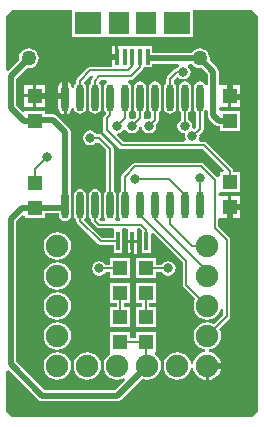
<source format=gtl>
%FSAX25Y25*%
%MOIN*%
G70*
G01*
G75*
G04 Layer_Physical_Order=1*
G04 Layer_Color=255*
%ADD10R,0.05118X0.05118*%
%ADD11R,0.05118X0.05118*%
%ADD12R,0.01181X0.06299*%
%ADD13O,0.02362X0.09055*%
%ADD14R,0.01575X0.05512*%
%ADD15R,0.09055X0.07480*%
%ADD16R,0.07087X0.07480*%
%ADD17C,0.00800*%
%ADD18C,0.02000*%
%ADD19C,0.07500*%
%ADD20C,0.03200*%
%ADD21C,0.05000*%
G36*
X0319500Y0491500D02*
Y0360000D01*
X0317500Y0358000D01*
X0237500Y0358000D01*
X0235500Y0360000D01*
Y0373273D01*
X0236300Y0373605D01*
X0246202Y0363702D01*
X0246798Y0363304D01*
X0246914Y0363281D01*
X0247500Y0363165D01*
X0272500D01*
X0273086Y0363281D01*
X0273202Y0363304D01*
X0273798Y0363702D01*
X0280853Y0370757D01*
X0281312Y0370567D01*
X0282500Y0370411D01*
X0283688Y0370567D01*
X0284795Y0371026D01*
X0285745Y0371755D01*
X0286474Y0372705D01*
X0286933Y0373812D01*
X0287089Y0375000D01*
X0286933Y0376188D01*
X0286474Y0377295D01*
X0285745Y0378245D01*
X0284969Y0378841D01*
X0285155Y0379608D01*
X0285173Y0379641D01*
X0285359D01*
Y0386359D01*
X0278641D01*
Y0384224D01*
X0276859D01*
Y0386359D01*
X0270141D01*
Y0379814D01*
X0270141Y0379641D01*
Y0379641D01*
X0270070Y0378870D01*
X0269255Y0378245D01*
X0268526Y0377295D01*
X0268067Y0376188D01*
X0267911Y0375000D01*
X0268067Y0373812D01*
X0268526Y0372705D01*
X0269255Y0371755D01*
X0270205Y0371026D01*
X0271312Y0370567D01*
X0272500Y0370411D01*
X0273688Y0370567D01*
X0274795Y0371026D01*
X0274812Y0371039D01*
X0275341Y0370437D01*
X0271740Y0366835D01*
X0248260D01*
X0238835Y0376260D01*
Y0423240D01*
X0240841Y0425246D01*
X0241641Y0424914D01*
Y0424373D01*
X0248359D01*
Y0425897D01*
X0253059D01*
Y0425240D01*
X0253213Y0424467D01*
X0253650Y0423812D01*
X0254306Y0423374D01*
X0255079Y0423220D01*
X0255852Y0423374D01*
X0256507Y0423812D01*
X0256945Y0424467D01*
X0257099Y0425240D01*
Y0431933D01*
X0256945Y0432706D01*
X0256914Y0432752D01*
Y0452921D01*
X0256774Y0453624D01*
X0256642Y0453821D01*
X0256377Y0454219D01*
X0252298Y0458298D01*
X0251702Y0458696D01*
X0251586Y0458719D01*
X0251000Y0458835D01*
X0248359D01*
Y0460091D01*
X0241641D01*
Y0460000D01*
X0240902Y0459694D01*
X0238835Y0461760D01*
Y0470740D01*
X0242352Y0474257D01*
X0243000Y0474171D01*
X0243862Y0474285D01*
X0244664Y0474617D01*
X0245354Y0475146D01*
X0245883Y0475836D01*
X0246215Y0476639D01*
X0246328Y0477500D01*
X0246215Y0478362D01*
X0245883Y0479164D01*
X0245354Y0479854D01*
X0244664Y0480382D01*
X0243862Y0480715D01*
X0243000Y0480829D01*
X0242139Y0480715D01*
X0241336Y0480382D01*
X0240646Y0479854D01*
X0240118Y0479164D01*
X0239785Y0478362D01*
X0239671Y0477500D01*
X0239757Y0476852D01*
X0236300Y0473395D01*
X0235500Y0473727D01*
Y0491500D01*
X0237500Y0493500D01*
X0257409D01*
Y0484680D01*
X0268064D01*
Y0484680D01*
X0268629D01*
Y0484680D01*
X0277316D01*
Y0484680D01*
X0277684D01*
Y0484680D01*
X0286371D01*
Y0484680D01*
X0286936D01*
Y0484680D01*
X0297591D01*
Y0493500D01*
X0317500D01*
X0319500Y0491500D01*
D02*
G37*
%LPC*%
G36*
X0276859Y0410859D02*
X0270141D01*
Y0408723D01*
X0268569D01*
X0268230Y0409230D01*
X0267436Y0409761D01*
X0266500Y0409947D01*
X0265564Y0409761D01*
X0264770Y0409230D01*
X0264239Y0408436D01*
X0264053Y0407500D01*
X0264239Y0406564D01*
X0264770Y0405770D01*
X0265564Y0405239D01*
X0266500Y0405053D01*
X0267436Y0405239D01*
X0268230Y0405770D01*
X0268569Y0406277D01*
X0270141D01*
Y0404141D01*
X0276859D01*
Y0410859D01*
D02*
G37*
G36*
X0285359D02*
X0278641D01*
Y0404141D01*
X0285359D01*
Y0406277D01*
X0287431D01*
X0287770Y0405770D01*
X0288564Y0405239D01*
X0289500Y0405053D01*
X0290436Y0405239D01*
X0291230Y0405770D01*
X0291761Y0406564D01*
X0291947Y0407500D01*
X0291761Y0408436D01*
X0291230Y0409230D01*
X0290436Y0409761D01*
X0289500Y0409947D01*
X0288564Y0409761D01*
X0287770Y0409230D01*
X0287431Y0408723D01*
X0285359D01*
Y0410859D01*
D02*
G37*
G36*
X0252500Y0409589D02*
X0251312Y0409433D01*
X0250205Y0408974D01*
X0249255Y0408245D01*
X0248526Y0407295D01*
X0248067Y0406188D01*
X0247911Y0405000D01*
X0248067Y0403812D01*
X0248526Y0402705D01*
X0249255Y0401755D01*
X0250205Y0401026D01*
X0251312Y0400567D01*
X0252500Y0400411D01*
X0253688Y0400567D01*
X0254795Y0401026D01*
X0255745Y0401755D01*
X0256474Y0402705D01*
X0256933Y0403812D01*
X0257089Y0405000D01*
X0256933Y0406188D01*
X0256474Y0407295D01*
X0255745Y0408245D01*
X0254795Y0408974D01*
X0253688Y0409433D01*
X0252500Y0409589D01*
D02*
G37*
G36*
X0279090Y0416000D02*
X0278000D01*
Y0412350D01*
X0279090D01*
Y0416000D01*
D02*
G37*
G36*
X0277000D02*
X0275909D01*
Y0412350D01*
X0277000D01*
Y0416000D01*
D02*
G37*
G36*
X0252500Y0419589D02*
X0251312Y0419433D01*
X0250205Y0418974D01*
X0249255Y0418245D01*
X0248526Y0417295D01*
X0248067Y0416188D01*
X0247911Y0415000D01*
X0248067Y0413812D01*
X0248526Y0412705D01*
X0249255Y0411755D01*
X0250205Y0411026D01*
X0251312Y0410567D01*
X0252500Y0410411D01*
X0253688Y0410567D01*
X0254795Y0411026D01*
X0255745Y0411755D01*
X0256474Y0412705D01*
X0256933Y0413812D01*
X0257089Y0415000D01*
X0256933Y0416188D01*
X0256474Y0417295D01*
X0255745Y0418245D01*
X0254795Y0418974D01*
X0253688Y0419433D01*
X0252500Y0419589D01*
D02*
G37*
G36*
Y0399589D02*
X0251312Y0399433D01*
X0250205Y0398974D01*
X0249255Y0398245D01*
X0248526Y0397295D01*
X0248067Y0396188D01*
X0247911Y0395000D01*
X0248067Y0393812D01*
X0248526Y0392705D01*
X0249255Y0391755D01*
X0250205Y0391026D01*
X0251312Y0390567D01*
X0252500Y0390411D01*
X0253688Y0390567D01*
X0254795Y0391026D01*
X0255745Y0391755D01*
X0256474Y0392705D01*
X0256933Y0393812D01*
X0257089Y0395000D01*
X0256933Y0396188D01*
X0256474Y0397295D01*
X0255745Y0398245D01*
X0254795Y0398974D01*
X0253688Y0399433D01*
X0252500Y0399589D01*
D02*
G37*
G36*
X0262500Y0379589D02*
X0261312Y0379433D01*
X0260205Y0378974D01*
X0259255Y0378245D01*
X0258526Y0377295D01*
X0258067Y0376188D01*
X0257911Y0375000D01*
X0258067Y0373812D01*
X0258526Y0372705D01*
X0259255Y0371755D01*
X0260205Y0371026D01*
X0261312Y0370567D01*
X0262500Y0370411D01*
X0263688Y0370567D01*
X0264795Y0371026D01*
X0265745Y0371755D01*
X0266474Y0372705D01*
X0266933Y0373812D01*
X0267089Y0375000D01*
X0266933Y0376188D01*
X0266474Y0377295D01*
X0265745Y0378245D01*
X0264795Y0378974D01*
X0263688Y0379433D01*
X0262500Y0379589D01*
D02*
G37*
G36*
X0252500D02*
X0251312Y0379433D01*
X0250205Y0378974D01*
X0249255Y0378245D01*
X0248526Y0377295D01*
X0248067Y0376188D01*
X0247911Y0375000D01*
X0248067Y0373812D01*
X0248526Y0372705D01*
X0249255Y0371755D01*
X0250205Y0371026D01*
X0251312Y0370567D01*
X0252500Y0370411D01*
X0253688Y0370567D01*
X0254795Y0371026D01*
X0255745Y0371755D01*
X0256474Y0372705D01*
X0256933Y0373812D01*
X0257089Y0375000D01*
X0256933Y0376188D01*
X0256474Y0377295D01*
X0255745Y0378245D01*
X0254795Y0378974D01*
X0253688Y0379433D01*
X0252500Y0379589D01*
D02*
G37*
G36*
X0307225Y0374500D02*
X0303000D01*
Y0370275D01*
X0303740Y0370372D01*
X0304895Y0370851D01*
X0305888Y0371612D01*
X0306649Y0372604D01*
X0307128Y0373760D01*
X0307225Y0374500D01*
D02*
G37*
G36*
X0285359Y0402591D02*
X0278641D01*
Y0395873D01*
X0280777D01*
Y0394627D01*
X0278641D01*
Y0387909D01*
X0285359D01*
Y0394627D01*
X0283224D01*
Y0395873D01*
X0285359D01*
Y0402591D01*
D02*
G37*
G36*
X0276859D02*
X0270141D01*
Y0395873D01*
X0272276D01*
Y0394627D01*
X0270141D01*
Y0387909D01*
X0276859D01*
Y0394627D01*
X0274724D01*
Y0395873D01*
X0276859D01*
Y0402591D01*
D02*
G37*
G36*
X0252500Y0389589D02*
X0251312Y0389433D01*
X0250205Y0388974D01*
X0249255Y0388245D01*
X0248526Y0387295D01*
X0248067Y0386188D01*
X0247911Y0385000D01*
X0248067Y0383812D01*
X0248526Y0382705D01*
X0249255Y0381755D01*
X0250205Y0381026D01*
X0251312Y0380567D01*
X0252500Y0380411D01*
X0253688Y0380567D01*
X0254795Y0381026D01*
X0255745Y0381755D01*
X0256474Y0382705D01*
X0256933Y0383812D01*
X0257089Y0385000D01*
X0256933Y0386188D01*
X0256474Y0387295D01*
X0255745Y0388245D01*
X0254795Y0388974D01*
X0253688Y0389433D01*
X0252500Y0389589D01*
D02*
G37*
G36*
X0244500Y0468559D02*
X0241441D01*
Y0465500D01*
X0244500D01*
Y0468559D01*
D02*
G37*
G36*
X0254579Y0469884D02*
X0254228Y0469814D01*
X0253506Y0469332D01*
X0253024Y0468611D01*
X0252855Y0467760D01*
Y0464913D01*
X0254579D01*
Y0469884D01*
D02*
G37*
G36*
X0313559Y0464500D02*
X0310500D01*
Y0461441D01*
X0313559D01*
Y0464500D01*
D02*
G37*
G36*
X0271882Y0481756D02*
X0270595D01*
Y0478500D01*
X0271882D01*
Y0481756D01*
D02*
G37*
G36*
X0310500Y0468559D02*
Y0465500D01*
X0313559D01*
Y0468559D01*
X0310500D01*
D02*
G37*
G36*
X0248559D02*
X0245500D01*
Y0465500D01*
X0248559D01*
Y0468559D01*
D02*
G37*
G36*
X0274169Y0481756D02*
X0272882D01*
Y0478000D01*
X0272382D01*
Y0477500D01*
X0270595D01*
Y0474723D01*
X0263500D01*
X0263032Y0474630D01*
X0262635Y0474365D01*
X0259214Y0470944D01*
X0258948Y0470547D01*
X0258855Y0470079D01*
Y0469325D01*
X0258650Y0469188D01*
X0258213Y0468533D01*
X0258059Y0467760D01*
X0257303D01*
X0257133Y0468611D01*
X0256651Y0469332D01*
X0255930Y0469814D01*
X0255579Y0469884D01*
Y0464413D01*
Y0458943D01*
X0255930Y0459012D01*
X0256651Y0459494D01*
X0257133Y0460216D01*
X0257303Y0461067D01*
X0258059D01*
X0258213Y0460294D01*
X0258650Y0459639D01*
X0259306Y0459201D01*
X0260079Y0459047D01*
X0260852Y0459201D01*
X0261507Y0459639D01*
X0261945Y0460294D01*
X0262099Y0461067D01*
Y0467760D01*
X0261945Y0468533D01*
X0261507Y0469188D01*
X0261725Y0469994D01*
X0263762Y0472031D01*
X0264120Y0471982D01*
X0264404Y0471134D01*
X0264214Y0470944D01*
X0263948Y0470547D01*
X0263855Y0470079D01*
Y0469325D01*
X0263650Y0469188D01*
X0263213Y0468533D01*
X0263059Y0467760D01*
Y0461067D01*
X0263213Y0460294D01*
X0263650Y0459639D01*
X0264306Y0459201D01*
X0265079Y0459047D01*
X0265852Y0459201D01*
X0266507Y0459639D01*
X0266945Y0460294D01*
X0267099Y0461067D01*
Y0467760D01*
X0266945Y0468533D01*
X0266507Y0469188D01*
X0266725Y0469994D01*
X0267007Y0470276D01*
X0268839D01*
X0269082Y0469477D01*
X0268651Y0469188D01*
X0268213Y0468533D01*
X0268059Y0467760D01*
Y0461067D01*
X0268213Y0460294D01*
X0268651Y0459639D01*
X0268574Y0458804D01*
X0268135Y0458365D01*
X0267870Y0457968D01*
X0267776Y0457500D01*
Y0453500D01*
X0267870Y0453032D01*
X0268135Y0452635D01*
X0273135Y0447635D01*
X0273532Y0447370D01*
X0274000Y0447276D01*
X0300993D01*
X0307904Y0440366D01*
X0307598Y0439627D01*
X0306641D01*
Y0438144D01*
X0305945Y0437894D01*
X0305841Y0437889D01*
X0301365Y0442365D01*
X0300968Y0442630D01*
X0300500Y0442724D01*
X0278500D01*
X0278032Y0442630D01*
X0277635Y0442365D01*
X0274214Y0438944D01*
X0273948Y0438547D01*
X0273855Y0438079D01*
Y0433498D01*
X0273651Y0433361D01*
X0273213Y0432706D01*
X0273059Y0431933D01*
Y0425240D01*
X0273213Y0424467D01*
X0273509Y0424023D01*
X0273239Y0423324D01*
X0273155Y0423223D01*
X0272003D01*
X0271918Y0423324D01*
X0271649Y0424023D01*
X0271945Y0424467D01*
X0272099Y0425240D01*
Y0431933D01*
X0271945Y0432706D01*
X0271507Y0433361D01*
X0271302Y0433498D01*
Y0447421D01*
X0271209Y0447890D01*
X0270944Y0448286D01*
X0267365Y0451865D01*
X0266968Y0452130D01*
X0266500Y0452223D01*
X0265569D01*
X0265230Y0452730D01*
X0264436Y0453261D01*
X0263500Y0453447D01*
X0262564Y0453261D01*
X0261770Y0452730D01*
X0261239Y0451936D01*
X0261053Y0451000D01*
X0261239Y0450064D01*
X0261770Y0449270D01*
X0262564Y0448739D01*
X0263500Y0448553D01*
X0264436Y0448739D01*
X0265230Y0449270D01*
X0265337Y0449429D01*
X0266268Y0449502D01*
X0268855Y0446914D01*
Y0433498D01*
X0268651Y0433361D01*
X0268213Y0432706D01*
X0268059Y0431933D01*
Y0425240D01*
X0268213Y0424467D01*
X0268509Y0424023D01*
X0268239Y0423324D01*
X0268155Y0423223D01*
X0267066D01*
X0266507Y0423812D01*
X0266945Y0424467D01*
X0267099Y0425240D01*
Y0431933D01*
X0266945Y0432706D01*
X0266507Y0433361D01*
X0265852Y0433799D01*
X0265079Y0433953D01*
X0264306Y0433799D01*
X0263650Y0433361D01*
X0263213Y0432706D01*
X0263059Y0431933D01*
Y0425240D01*
X0263213Y0424467D01*
X0263650Y0423812D01*
X0263855Y0423675D01*
Y0423421D01*
X0263948Y0422953D01*
X0264214Y0422556D01*
X0265635Y0421135D01*
X0266032Y0420870D01*
X0266500Y0420777D01*
X0270720D01*
X0271385Y0420450D01*
X0271385Y0419977D01*
Y0417724D01*
X0267507D01*
X0261499Y0423731D01*
X0261507Y0423812D01*
X0261945Y0424467D01*
X0262099Y0425240D01*
Y0431933D01*
X0261945Y0432706D01*
X0261507Y0433361D01*
X0260852Y0433799D01*
X0260079Y0433953D01*
X0259306Y0433799D01*
X0258650Y0433361D01*
X0258213Y0432706D01*
X0258059Y0431933D01*
Y0425240D01*
X0258213Y0424467D01*
X0258650Y0423812D01*
X0258855Y0423675D01*
Y0423421D01*
X0258948Y0422953D01*
X0259214Y0422556D01*
X0266135Y0415635D01*
X0266373Y0415476D01*
X0266532Y0415370D01*
X0267000Y0415276D01*
X0271385D01*
Y0412550D01*
X0274166D01*
Y0419977D01*
X0274166Y0420450D01*
X0274831Y0420777D01*
D01*
X0275162D01*
X0275909Y0420650D01*
X0275909Y0419977D01*
Y0417000D01*
X0279090D01*
Y0419977D01*
X0279091Y0420650D01*
X0279838Y0420777D01*
X0279993D01*
X0280834Y0419936D01*
Y0412550D01*
X0283615D01*
Y0419109D01*
X0284354Y0419416D01*
X0294276Y0409493D01*
Y0402000D01*
X0294370Y0401532D01*
X0294635Y0401135D01*
X0298511Y0397259D01*
X0298067Y0396188D01*
X0297911Y0395000D01*
X0298067Y0393812D01*
X0298526Y0392705D01*
X0299255Y0391755D01*
X0300205Y0391026D01*
X0301312Y0390567D01*
X0302500Y0390411D01*
X0303688Y0390567D01*
X0304795Y0391026D01*
X0305745Y0391755D01*
X0306474Y0392705D01*
X0306933Y0393812D01*
X0306977Y0394143D01*
X0307776Y0394091D01*
Y0392007D01*
X0304759Y0388989D01*
X0303688Y0389433D01*
X0302500Y0389589D01*
X0301312Y0389433D01*
X0300205Y0388974D01*
X0299255Y0388245D01*
X0298526Y0387295D01*
X0298067Y0386188D01*
X0297911Y0385000D01*
X0298067Y0383812D01*
X0298526Y0382705D01*
X0299255Y0381755D01*
X0300205Y0381026D01*
X0301312Y0380567D01*
X0301789Y0380504D01*
Y0379697D01*
X0301260Y0379628D01*
X0300104Y0379149D01*
X0299112Y0378388D01*
X0298351Y0377396D01*
X0297872Y0376240D01*
X0297803Y0375711D01*
X0296996D01*
X0296933Y0376188D01*
X0296474Y0377295D01*
X0295745Y0378245D01*
X0294795Y0378974D01*
X0293688Y0379433D01*
X0292500Y0379589D01*
X0291312Y0379433D01*
X0290205Y0378974D01*
X0289255Y0378245D01*
X0288526Y0377295D01*
X0288067Y0376188D01*
X0287911Y0375000D01*
X0288067Y0373812D01*
X0288526Y0372705D01*
X0289255Y0371755D01*
X0290205Y0371026D01*
X0291312Y0370567D01*
X0292500Y0370411D01*
X0293688Y0370567D01*
X0294795Y0371026D01*
X0295745Y0371755D01*
X0296474Y0372705D01*
X0296933Y0373812D01*
X0296996Y0374289D01*
X0297803D01*
X0297872Y0373760D01*
X0298351Y0372604D01*
X0299112Y0371612D01*
X0300104Y0370851D01*
X0301260Y0370372D01*
X0302000Y0370275D01*
Y0375000D01*
X0302500D01*
Y0375500D01*
X0307225D01*
X0307128Y0376240D01*
X0306649Y0377396D01*
X0305888Y0378388D01*
X0304895Y0379149D01*
X0303740Y0379628D01*
X0303211Y0379697D01*
Y0380504D01*
X0303688Y0380567D01*
X0304795Y0381026D01*
X0305745Y0381755D01*
X0306474Y0382705D01*
X0306933Y0383812D01*
X0307089Y0385000D01*
X0306933Y0386188D01*
X0306489Y0387259D01*
X0309865Y0390635D01*
X0310130Y0391032D01*
X0310224Y0391500D01*
Y0417000D01*
X0310130Y0417468D01*
X0309865Y0417865D01*
X0306224Y0421507D01*
Y0423731D01*
X0306441Y0424441D01*
X0307024Y0424441D01*
X0309500D01*
Y0428000D01*
Y0431559D01*
X0307024D01*
X0306441Y0431559D01*
X0306224Y0432269D01*
Y0432269D01*
Y0432282D01*
X0306641Y0432909D01*
X0307024Y0432909D01*
X0313359D01*
Y0439627D01*
X0311224D01*
Y0440000D01*
X0311130Y0440468D01*
X0311024Y0440627D01*
X0310865Y0440865D01*
X0302365Y0449365D01*
X0301968Y0449630D01*
X0301500Y0449723D01*
X0300162D01*
X0299734Y0450524D01*
X0299761Y0450564D01*
X0299947Y0451500D01*
X0299828Y0452098D01*
X0300944Y0453214D01*
X0301209Y0453611D01*
X0301302Y0454079D01*
Y0459502D01*
X0301507Y0459639D01*
X0301865Y0460174D01*
X0302377Y0460142D01*
X0302665Y0460041D01*
Y0458500D01*
X0302781Y0457914D01*
X0302804Y0457798D01*
X0303202Y0457202D01*
X0304970Y0455435D01*
X0305368Y0455169D01*
X0305565Y0455037D01*
X0306268Y0454897D01*
X0306641D01*
Y0453373D01*
X0313359D01*
Y0460091D01*
X0306835D01*
X0306411Y0460745D01*
X0306683Y0461441D01*
X0307135D01*
X0309500D01*
Y0465000D01*
Y0468559D01*
X0307135D01*
X0306441Y0468559D01*
X0306335Y0469315D01*
Y0469315D01*
Y0473000D01*
X0306219Y0473586D01*
X0306196Y0473702D01*
X0305798Y0474298D01*
X0303243Y0476852D01*
X0303328Y0477500D01*
X0303215Y0478362D01*
X0302883Y0479164D01*
X0302354Y0479854D01*
X0301664Y0480382D01*
X0300862Y0480715D01*
X0300000Y0480829D01*
X0299138Y0480715D01*
X0298336Y0480382D01*
X0297646Y0479854D01*
X0297249Y0479335D01*
X0284206D01*
Y0481556D01*
X0274169D01*
Y0481756D01*
D02*
G37*
G36*
X0310500Y0431559D02*
Y0428500D01*
X0313559D01*
Y0431559D01*
X0310500D01*
D02*
G37*
G36*
X0313559Y0427500D02*
X0310500D01*
Y0424441D01*
X0313559D01*
Y0427500D01*
D02*
G37*
G36*
X0248559Y0464500D02*
X0245500D01*
Y0461441D01*
X0248559D01*
Y0464500D01*
D02*
G37*
G36*
X0244500D02*
X0241441D01*
Y0461441D01*
X0244500D01*
Y0464500D01*
D02*
G37*
G36*
X0254579Y0463913D02*
X0252855D01*
Y0461067D01*
X0253024Y0460216D01*
X0253506Y0459494D01*
X0254228Y0459012D01*
X0254579Y0458943D01*
Y0463913D01*
D02*
G37*
%LPD*%
G36*
X0297646Y0475146D02*
X0298336Y0474617D01*
X0299138Y0474285D01*
X0300000Y0474171D01*
X0300648Y0474257D01*
X0302665Y0472240D01*
Y0468786D01*
X0302377Y0468685D01*
X0301865Y0468653D01*
X0301507Y0469188D01*
X0300852Y0469626D01*
X0300079Y0469780D01*
X0299306Y0469626D01*
X0298651Y0469188D01*
X0298213Y0468533D01*
X0298059Y0467760D01*
Y0461067D01*
X0298213Y0460294D01*
X0298651Y0459639D01*
X0298855Y0459502D01*
Y0454586D01*
X0298254Y0453985D01*
X0297461Y0454223D01*
X0297392Y0454722D01*
X0297447Y0455000D01*
X0297261Y0455936D01*
X0296730Y0456730D01*
X0296223Y0457069D01*
Y0459449D01*
X0296507Y0459639D01*
X0296945Y0460294D01*
X0297099Y0461067D01*
Y0467760D01*
X0296945Y0468533D01*
X0296507Y0469188D01*
X0295852Y0469626D01*
X0295079Y0469780D01*
X0294306Y0469626D01*
X0293651Y0469188D01*
X0293213Y0468533D01*
X0293059Y0467760D01*
Y0461067D01*
X0293213Y0460294D01*
X0293651Y0459639D01*
X0293776Y0459554D01*
Y0457069D01*
X0293270Y0456730D01*
X0292739Y0455936D01*
X0292553Y0455000D01*
X0292739Y0454064D01*
X0293270Y0453270D01*
X0294064Y0452739D01*
X0294528Y0452647D01*
X0295007Y0452505D01*
X0295108Y0451778D01*
X0295053Y0451500D01*
X0295239Y0450564D01*
X0295266Y0450524D01*
X0294838Y0449723D01*
X0274507D01*
X0272442Y0451788D01*
X0272451Y0451902D01*
X0272758Y0452604D01*
X0273436Y0452739D01*
X0274230Y0453270D01*
X0274549Y0453746D01*
X0275451D01*
X0275770Y0453270D01*
X0276564Y0452739D01*
X0277500Y0452553D01*
X0278436Y0452739D01*
X0279230Y0453270D01*
X0279761Y0454064D01*
X0279842Y0454473D01*
X0280658D01*
X0280739Y0454064D01*
X0281270Y0453270D01*
X0282064Y0452739D01*
X0283000Y0452553D01*
X0283936Y0452739D01*
X0284730Y0453270D01*
X0285261Y0454064D01*
X0285447Y0455000D01*
X0285328Y0455598D01*
X0285944Y0456214D01*
X0286209Y0456610D01*
X0286302Y0457079D01*
Y0459502D01*
X0286507Y0459639D01*
X0286945Y0460294D01*
X0287099Y0461067D01*
Y0467760D01*
X0286945Y0468533D01*
X0286507Y0469188D01*
X0285852Y0469626D01*
X0285079Y0469780D01*
X0284306Y0469626D01*
X0283650Y0469188D01*
X0283213Y0468533D01*
X0283059Y0467760D01*
Y0461067D01*
X0283213Y0460294D01*
X0283650Y0459639D01*
X0283855Y0459502D01*
Y0458045D01*
X0283123Y0457423D01*
X0283000Y0457447D01*
X0282064Y0457261D01*
X0282053Y0457254D01*
X0281625Y0457439D01*
X0281302Y0457714D01*
Y0459502D01*
X0281507Y0459639D01*
X0281945Y0460294D01*
X0282099Y0461067D01*
Y0467760D01*
X0281945Y0468533D01*
X0281507Y0469188D01*
X0280852Y0469626D01*
X0280079Y0469780D01*
X0279306Y0469626D01*
X0278650Y0469188D01*
X0278213Y0468533D01*
X0278059Y0467760D01*
Y0461067D01*
X0278213Y0460294D01*
X0278650Y0459639D01*
X0278855Y0459502D01*
Y0458085D01*
X0278098Y0457328D01*
X0277500Y0457447D01*
X0277075Y0457363D01*
X0276954Y0457396D01*
X0276302Y0457975D01*
Y0459502D01*
X0276507Y0459639D01*
X0276945Y0460294D01*
X0277099Y0461067D01*
Y0467760D01*
X0276945Y0468533D01*
X0276507Y0469188D01*
X0276076Y0469477D01*
X0276318Y0470276D01*
X0277000D01*
X0277468Y0470370D01*
X0277865Y0470635D01*
X0280924Y0473694D01*
X0281189Y0474091D01*
X0281260Y0474444D01*
X0284206D01*
Y0475665D01*
X0292728D01*
X0292971Y0474865D01*
X0292770Y0474730D01*
X0292421Y0474208D01*
X0292032Y0474130D01*
X0291635Y0473865D01*
X0289214Y0471444D01*
X0288948Y0471047D01*
X0288855Y0470579D01*
Y0469325D01*
X0288650Y0469188D01*
X0288213Y0468533D01*
X0288059Y0467760D01*
Y0461067D01*
X0288213Y0460294D01*
X0288650Y0459639D01*
X0289306Y0459201D01*
X0290079Y0459047D01*
X0290852Y0459201D01*
X0291507Y0459639D01*
X0291945Y0460294D01*
X0292099Y0461067D01*
Y0467760D01*
X0291945Y0468533D01*
X0291507Y0469188D01*
X0291351Y0469292D01*
X0291308Y0470078D01*
X0292524Y0471294D01*
X0292770Y0471270D01*
X0293564Y0470739D01*
X0294500Y0470553D01*
X0295436Y0470739D01*
X0296230Y0471270D01*
X0296761Y0472064D01*
X0296947Y0473000D01*
X0296761Y0473936D01*
X0296230Y0474730D01*
X0296029Y0474865D01*
X0296272Y0475665D01*
X0297249D01*
X0297646Y0475146D01*
D02*
G37*
D10*
X0273500Y0391268D02*
D03*
X0282000D02*
D03*
X0310000Y0456732D02*
D03*
Y0436268D02*
D03*
X0273500Y0399232D02*
D03*
X0282000D02*
D03*
X0245000Y0456732D02*
D03*
Y0427732D02*
D03*
D11*
X0273500Y0383000D02*
D03*
X0282000D02*
D03*
X0310000Y0465000D02*
D03*
Y0428000D02*
D03*
X0273500Y0407500D02*
D03*
X0282000D02*
D03*
X0245000Y0465000D02*
D03*
Y0436000D02*
D03*
D12*
X0277500Y0416500D02*
D03*
X0282224D02*
D03*
X0272776D02*
D03*
D13*
X0300079Y0464413D02*
D03*
X0295079D02*
D03*
X0290079D02*
D03*
X0285079D02*
D03*
X0280079D02*
D03*
X0275079D02*
D03*
X0270079D02*
D03*
X0265079D02*
D03*
X0260079D02*
D03*
X0255079D02*
D03*
X0300079Y0428587D02*
D03*
X0295079D02*
D03*
X0290079D02*
D03*
X0285079D02*
D03*
X0280079D02*
D03*
X0275079D02*
D03*
X0270079D02*
D03*
X0265079D02*
D03*
X0260079D02*
D03*
X0255079D02*
D03*
D14*
X0272382Y0478000D02*
D03*
X0282618D02*
D03*
X0280059D02*
D03*
X0274941D02*
D03*
X0277500D02*
D03*
D15*
X0262736Y0489221D02*
D03*
X0292264D02*
D03*
D16*
X0282028D02*
D03*
X0272972D02*
D03*
D17*
X0282000Y0375500D02*
Y0383000D01*
X0273500D02*
X0282000D01*
X0245000Y0436000D02*
Y0440500D01*
X0249000Y0444500D01*
X0290079Y0470579D02*
X0292500Y0473000D01*
X0290079Y0464413D02*
Y0470579D01*
X0267350Y0412150D02*
X0276650D01*
X0257698Y0421802D02*
X0267350Y0412150D01*
X0257698Y0421802D02*
Y0455795D01*
X0305000Y0421000D02*
Y0437000D01*
X0300500Y0441500D02*
X0305000Y0437000D01*
X0278500Y0441500D02*
X0300500D01*
X0275079Y0438079D02*
X0278500Y0441500D01*
X0300079Y0428587D02*
Y0437421D01*
Y0454079D02*
Y0464413D01*
X0297500Y0451500D02*
X0300079Y0454079D01*
X0274000Y0448500D02*
X0301500D01*
X0269000Y0453500D02*
X0274000Y0448500D01*
X0301500D02*
X0310000Y0440000D01*
X0269000Y0453500D02*
Y0457500D01*
X0270079Y0458579D01*
X0283000Y0455000D02*
X0285079Y0457079D01*
Y0464413D01*
X0280079Y0457579D02*
Y0464413D01*
X0277500Y0455000D02*
X0280079Y0457579D01*
X0282000Y0407500D02*
X0289500D01*
X0266500D02*
X0273500D01*
X0275079Y0428587D02*
Y0438079D01*
X0289843Y0437157D02*
X0295079Y0431921D01*
X0279500Y0437157D02*
X0289843D01*
X0295079Y0428587D02*
Y0431921D01*
X0266500Y0451000D02*
X0270079Y0447421D01*
X0310000Y0436268D02*
Y0440000D01*
X0270079Y0458579D02*
Y0464413D01*
X0302500Y0385000D02*
X0309000Y0391500D01*
Y0417000D01*
X0305000Y0421000D02*
X0309000Y0417000D01*
X0295500Y0402000D02*
X0302500Y0395000D01*
X0295500Y0402000D02*
Y0410000D01*
X0280079Y0425421D02*
X0295500Y0410000D01*
X0280079Y0425421D02*
Y0428587D01*
X0302500Y0405000D02*
Y0406500D01*
X0285079Y0423921D02*
X0302500Y0406500D01*
X0285079Y0423921D02*
Y0428587D01*
X0297500Y0415000D02*
X0302500D01*
X0290079Y0422421D02*
X0297500Y0415000D01*
X0290079Y0422421D02*
Y0428587D01*
X0270079D02*
Y0447421D01*
X0272500Y0455000D02*
X0275079Y0457579D01*
Y0464413D01*
X0277500Y0413000D02*
Y0416500D01*
X0276650Y0412150D02*
X0277500Y0413000D01*
X0255079Y0458414D02*
Y0464413D01*
Y0458414D02*
X0257698Y0455795D01*
X0280500Y0422000D02*
X0282224Y0420276D01*
X0266500Y0422000D02*
X0280500D01*
X0265079Y0423421D02*
X0266500Y0422000D01*
X0254224Y0427732D02*
X0255079Y0428587D01*
X0282000Y0375500D02*
X0282500Y0375000D01*
X0254492Y0465000D02*
X0255079Y0464413D01*
X0273500Y0391268D02*
Y0399232D01*
X0282000Y0391268D02*
Y0399232D01*
X0300000Y0437500D02*
X0300079Y0437421D01*
X0295000Y0455000D02*
Y0465000D01*
X0267000Y0416500D02*
X0272776D01*
X0260079Y0423421D02*
X0267000Y0416500D01*
X0260079Y0423421D02*
Y0428587D01*
X0282224Y0416500D02*
Y0420276D01*
X0265079Y0423421D02*
Y0428587D01*
X0277500Y0475000D02*
Y0478000D01*
X0276000Y0473500D02*
X0277500Y0475000D01*
X0263500Y0473500D02*
X0276000D01*
X0277000Y0471500D02*
X0280059Y0474559D01*
X0266500Y0471500D02*
X0277000D01*
X0280059Y0474559D02*
Y0478000D01*
X0265079Y0470079D02*
X0266500Y0471500D01*
X0265079Y0464413D02*
Y0470079D01*
X0260079Y0464413D02*
Y0470079D01*
X0263500Y0473500D01*
X0292500Y0473000D02*
X0294500D01*
X0263500Y0451000D02*
X0266500D01*
D18*
X0270000Y0483000D02*
X0303500D01*
X0268000Y0481000D02*
X0270000Y0483000D01*
X0268000Y0478500D02*
Y0481000D01*
X0241268Y0456732D02*
X0245000D01*
X0255079Y0464413D02*
Y0471579D01*
X0261500Y0478000D01*
X0271500D01*
X0306268Y0456732D02*
X0310000D01*
X0304500Y0458500D02*
X0306268Y0456732D01*
X0310000Y0428000D02*
X0315500D01*
X0317000Y0429500D01*
X0314500Y0464500D02*
X0317000Y0462000D01*
Y0429500D02*
Y0462000D01*
X0311000Y0464500D02*
X0314500D01*
X0310000Y0465500D02*
X0311000Y0464500D01*
X0303500Y0483000D02*
X0310000Y0476500D01*
Y0465500D02*
Y0476500D01*
Y0422000D02*
Y0428000D01*
Y0422000D02*
X0315000Y0417000D01*
Y0381500D02*
Y0417000D01*
X0308500Y0375000D02*
X0315000Y0381500D01*
X0302500Y0375000D02*
X0308500D01*
X0240732Y0427732D02*
X0245000D01*
X0254224D01*
X0272500Y0365000D02*
X0282500Y0375000D01*
X0247500Y0365000D02*
X0272500D01*
X0255079Y0428587D02*
Y0452921D01*
X0251000Y0457000D02*
X0255079Y0452921D01*
X0245000Y0457000D02*
X0251000D01*
X0245000Y0465000D02*
X0254492D01*
X0237000Y0375500D02*
X0247500Y0365000D01*
X0237000Y0375500D02*
Y0424000D01*
X0240732Y0427732D01*
X0283500Y0477500D02*
X0300000D01*
X0304500Y0473000D01*
Y0458500D02*
Y0473000D01*
X0237000Y0461000D02*
X0241268Y0456732D01*
X0237000Y0461000D02*
Y0471500D01*
X0243000Y0477500D01*
D19*
X0302500Y0385000D02*
D03*
Y0405000D02*
D03*
Y0415000D02*
D03*
Y0395000D02*
D03*
X0252500Y0415000D02*
D03*
Y0395000D02*
D03*
Y0385000D02*
D03*
Y0405000D02*
D03*
X0302500Y0375000D02*
D03*
X0272500D02*
D03*
X0252500D02*
D03*
X0262500D02*
D03*
X0282500D02*
D03*
X0292500D02*
D03*
D20*
X0249000Y0444500D02*
D03*
X0295000Y0455000D02*
D03*
X0297500Y0451500D02*
D03*
X0283000Y0455000D02*
D03*
X0277500D02*
D03*
X0289500Y0407500D02*
D03*
X0266500D02*
D03*
X0278500Y0437157D02*
D03*
X0272500Y0455000D02*
D03*
X0300000Y0437500D02*
D03*
X0294500Y0473000D02*
D03*
X0241000Y0363500D02*
D03*
X0267500Y0360500D02*
D03*
X0297500Y0365000D02*
D03*
X0316000Y0379500D02*
D03*
X0317000Y0400000D02*
D03*
X0316000Y0419000D02*
D03*
X0317000Y0455000D02*
D03*
X0312000Y0490000D02*
D03*
X0315000Y0475000D02*
D03*
X0242500Y0488000D02*
D03*
X0289000Y0453000D02*
D03*
X0280000Y0445000D02*
D03*
X0241000Y0381000D02*
D03*
X0287500Y0382500D02*
D03*
X0308500Y0421500D02*
D03*
X0306000Y0450500D02*
D03*
X0263500Y0451000D02*
D03*
D21*
X0243000Y0477500D02*
D03*
X0300000D02*
D03*
M02*

</source>
